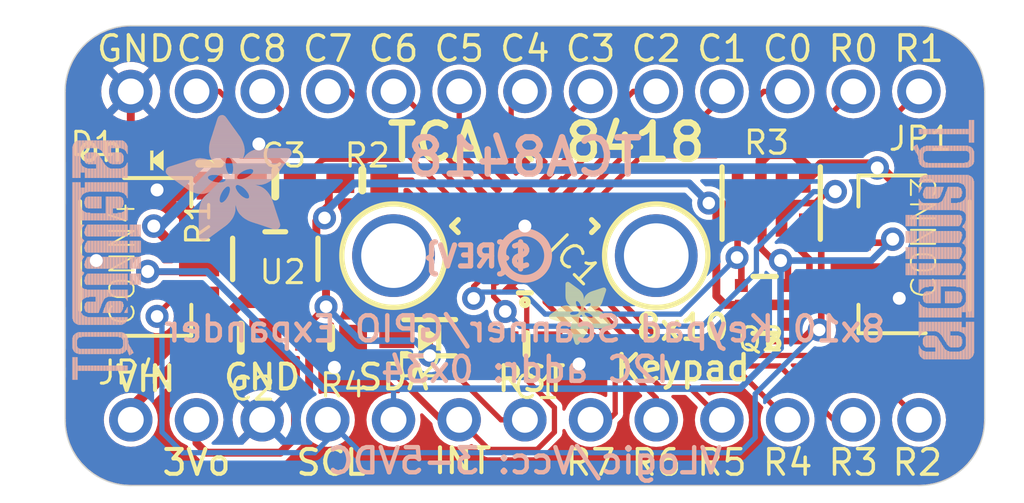
<source format=kicad_pcb>
(kicad_pcb (version 20221018) (generator pcbnew)
  (layers (0 "F.Cu" signal) (31 "B.Cu" signal) (34 "B.Paste" user) (35 "F.Paste" user) (36 "B.SilkS" user "B.Silkscreen") (37 "F.SilkS" user "F.Silkscreen") (38 "B.Mask" user) (39 "F.Mask" user) (44 "Edge.Cuts" user))
  (net 0 "")
  (net 1 "GND")
  (net 2 "SDA")
  (net 3 "SCL")
  (net 4 "SCL_3V")
  (net 5 "SDA_3V")
  (net 6 "3.3V")
  (net 7 "INT")
  (net 8 "VCC")
  (net 9 "N$1")
  (net 10 "C0")
  (net 11 "C1")
  (net 12 "C2")
  (net 13 "C3")
  (net 14 "C4")
  (net 15 "C5")
  (net 16 "C6")
  (net 17 "C7")
  (net 18 "C8")
  (net 19 "C9")
  (net 20 "R0")
  (net 21 "R1")
  (net 22 "R7")
  (net 23 "R6")
  (net 24 "R5")
  (net 25 "R4")
  (net 26 "R3")
  (net 27 "RST_3V")
  (net 28 "R2")
  (net 29 "RST")
  (footprint "working:ADAFRUIT_2.5MM" (layer "F.Cu") (at 151.8666 106.0196 180)
    (fp_text reference "U$20" hide)
    (fp_text value "" hide)
  )
  (footprint "working:MOUNTINGHOLE_2.5_PLATED" (layer "F.Cu") (at 153.5811 105.0036)
    (fp_text reference "U$17" hide)
    (fp_text value "MOUNTINGHOLE2.5" hide)
  )
  (footprint "working:SOD-323" (layer "F.Cu") (at 144.8181 108.1786 180)
    (fp_text reference "D2")
    (fp_text value "1n4148")
  )
  (footprint "working:SOT363" (layer "F.Cu") (at 157.7721 106.9086 90)
    (fp_text reference "Q2")
    (fp_text value "BSS138")
  )
  (footprint "working:1X13_ROUND_70" (layer "F.Cu") (at 148.5011 111.3536)
    (fp_text reference "JP4")
    (fp_text value "")
  )
  (footprint "working:0805-NO" (layer "F.Cu") (at 138.8491 102.2096)
    (fp_text reference "C3")
    (fp_text value "10uF")
  )
  (footprint "working:QFN24_4MM_SMSC" (layer "F.Cu") (at 148.5011 103.8606 135)
    (fp_text reference "IC1")
    (fp_text value "TCA8418")
  )
  (footprint "working:FIDUCIAL_1MM" (layer "F.Cu") (at 131.5466 109.5121)
    (fp_text reference "FID3" hide)
    (fp_text value "FIDUCIAL_1MM" hide)
  )
  (footprint "working:0603-NO" (layer "F.Cu") (at 148.5646 108.4326)
    (fp_text reference "C1")
    (fp_text value "0.1uF")
  )
  (footprint "working:JST_SH4" (layer "F.Cu") (at 133.8961 105.0036 -90)
    (fp_text reference "CONN4")
    (fp_text value "STEMMA_I2C_QT" hide)
  )
  (footprint "working:0603-NO" (layer "F.Cu") (at 141.0081 108.1786)
    (fp_text reference "R4")
    (fp_text value "10K")
  )
  (footprint "working:MOUNTINGHOLE_2.5_PLATED" (layer "F.Cu") (at 143.4211 105.0036)
    (fp_text reference "U$1" hide)
    (fp_text value "MOUNTINGHOLE2.5" hide)
  )
  (footprint "working:0805-NO" (layer "F.Cu") (at 137.5156 108.1786)
    (fp_text reference "C2")
    (fp_text value "10uF")
  )
  (footprint "working:CHIPLED_0603_NOOUTLINE" (layer "F.Cu") (at 134.2771 101.3206 90)
    (fp_text reference "D1")
    (fp_text value "GREEN")
  )
  (footprint "working:0603-NO" (layer "F.Cu") (at 136.3091 101.4476 -90)
    (fp_text reference "R1")
    (fp_text value "10K")
  )
  (footprint "working:JST_SH4" (layer "F.Cu") (at 163.1061 105.0036 90)
    (fp_text reference "CONN3")
    (fp_text value "STEMMA_I2C_QT" hide)
  )
  (footprint "working:1X13_ROUND_70" (layer "F.Cu") (at 148.5011 98.6536 180)
    (fp_text reference "JP1")
    (fp_text value "")
  )
  (footprint "working:0603-NO" (layer "F.Cu") (at 142.2146 102.0826)
    (fp_text reference "R2")
    (fp_text value "10K")
  )
  (footprint "working:FIDUCIAL_1MM" (layer "F.Cu") (at 165.1381 100.5586)
    (fp_text reference "FID4" hide)
    (fp_text value "FIDUCIAL_1MM" hide)
  )
  (footprint "working:SOT23-5" (layer "F.Cu") (at 138.8491 105.1306)
    (fp_text reference "U2")
    (fp_text value "AP2127K-3.3")
  )
  (footprint "working:RESPACK_4X0603" (layer "F.Cu") (at 158.0261 102.9716 180)
    (fp_text reference "R3")
    (fp_text value "10K Pack")
  )
  (footprint "working:ADAFRUIT_5MM" (layer "B.Cu") (at 139.4841 104.4321 180)
    (fp_text reference "U$19" hide)
    (fp_text value "" hide)
  )
  (footprint "working:STEMMAQT" (layer "B.Cu") (at 163.2331 109.0041 90)
    (fp_text reference "U$30" hide)
    (fp_text value "" hide)
  )
  (footprint "working:PCBFEAT-REV-040" (layer "B.Cu") (at 148.5011 105.0036 180)
    (fp_text reference "U$12" hide)
    (fp_text value "" hide)
  )
  (footprint "working:STEMMAQT" (layer "B.Cu") (at 133.6421 100.5586 -90)
    (fp_text reference "U$31" hide)
    (fp_text value "" hide)
  )
  (gr_line (start 133.2611 113.8936) (end 163.7411 113.8936) (stroke (width 0.05)) (layer "Edge.Cuts"))
  (gr_line (start 166.2811 111.3536) (end 166.2811 98.6536) (stroke (width 0.05)) (layer "Edge.Cuts"))
  (gr_arc (start 130.7211 98.6536) (mid 131.465049 96.857549) (end 133.2611 96.1136) (stroke (width 0.05)) (layer "Edge.Cuts"))
  (gr_line (start 163.7411 96.1136) (end 133.2611 96.1136) (stroke (width 0.05)) (layer "Edge.Cuts"))
  (gr_line (start 130.7211 98.6536) (end 130.7211 111.3536) (stroke (width 0.05)) (layer "Edge.Cuts"))
  (gr_arc (start 133.2611 113.8936) (mid 131.465049 113.149651) (end 130.7211 111.3536) (stroke (width 0.05)) (layer "Edge.Cuts"))
  (gr_arc (start 163.7411 96.1136) (mid 165.537151 96.857549) (end 166.2811 98.6536) (stroke (width 0.05)) (layer "Edge.Cuts"))
  (gr_arc (start 166.2811 111.3536) (mid 165.537151 113.149651) (end 163.7411 113.8936) (stroke (width 0.05)) (layer "Edge.Cuts"))
  (gr_text "TCA8418" (at 148.5011 101.1936) (layer "B.SilkS") (effects (font (size 1.40335 1.40335) (thickness 0.24765)) (justify mirror)))
  (gr_text "8x10 Keypad Scanner/GPIO Expander\nI2C addr: 0x34" (at 148.5011 108.6231) (layer "B.SilkS") (effects (font (size 0.97155 0.97155) (thickness 0.17145)) (justify mirror)))
  (gr_text "VLogic/Vcc: 3-5VDC" (at 148.5011 112.9411) (layer "B.SilkS") (effects (font (size 0.97155 0.97155) (thickness 0.17145)) (justify mirror)))
  (gr_text "C7" (at 140.8811 97.0026) (layer "F.SilkS") (effects (font (size 0.983488 0.983488) (thickness 0.134112))))
  (gr_text "GND" (at 138.3411 109.7026) (layer "F.SilkS") (effects (font (size 0.961136 0.961136) (thickness 0.156464))))
  (gr_text "VIN" (at 133.8326 109.7661) (layer "F.SilkS") (effects (font (size 0.961136 0.961136) (thickness 0.156464))))
  (gr_text "C4" (at 148.5011 97.0026) (layer "F.SilkS") (effects (font (size 0.983488 0.983488) (thickness 0.134112))))
  (gr_text "C2" (at 153.5811 97.0026) (layer "F.SilkS") (effects (font (size 0.983488 0.983488) (thickness 0.134112))))
  (gr_text "C5" (at 145.9611 97.0026) (layer "F.SilkS") (effects (font (size 0.983488 0.983488) (thickness 0.134112))))
  (gr_text "C0" (at 158.6611 97.0026) (layer "F.SilkS") (effects (font (size 0.983488 0.983488) (thickness 0.134112))))
  (gr_text "GND" (at 133.4516 97.0026) (layer "F.SilkS") (effects (font (size 0.983488 0.983488) (thickness 0.134112))))
  (gr_text "R5" (at 156.1211 113.0046) (layer "F.SilkS") (effects (font (size 0.983488 0.983488) (thickness 0.134112))))
  (gr_text "R7" (at 151.0411 113.0046) (layer "F.SilkS") (effects (font (size 0.983488 0.983488) (thickness 0.134112))))
  (gr_text "C1" (at 156.1211 97.0026) (layer "F.SilkS") (effects (font (size 0.983488 0.983488) (thickness 0.134112))))
  (gr_text "3Vo" (at 135.8011 113.0046) (layer "F.SilkS") (effects (font (size 0.961136 0.961136) (thickness 0.156464))))
  (gr_text "C3" (at 151.0411 97.0026) (layer "F.SilkS") (effects (font (size 0.983488 0.983488) (thickness 0.134112))))
  (gr_text "R4" (at 158.6611 113.0046) (layer "F.SilkS") (effects (font (size 0.983488 0.983488) (thickness 0.134112))))
  (gr_text "RST" (at 148.7551 109.7661) (layer "F.SilkS") (effects (font (size 0.961136 0.961136) (thickness 0.156464))))
  (gr_text "on" (at 131.1021 101.4476) (layer "F.SilkS") (effects (font (size 0.983488 0.983488) (thickness 0.134112)) (justify left bottom)))
  (gr_text "C8" (at 138.3411 97.0026) (layer "F.SilkS") (effects (font (size 0.983488 0.983488) (thickness 0.134112))))
  (gr_text "INT" (at 146.0881 112.9411) (layer "F.SilkS") (effects (font (size 0.961136 0.961136) (thickness 0.156464))))
  (gr_text "R6" (at 153.5811 113.0046) (layer "F.SilkS") (effects (font (size 0.983488 0.983488) (thickness 0.134112))))
  (gr_text "TCA   8418" (at 149.3266 100.6221) (layer "F.SilkS") (effects (font (size 1.40335 1.40335) (thickness 0.24765))))
  (gr_text "8x10\nKeypad" (at 154.5971 108.5596) (layer "F.SilkS") (effects (font (size 0.97155 0.97155) (thickness 0.17145))))
  (gr_text "C9" (at 135.9916 97.0026) (layer "F.SilkS") (effects (font (size 0.983488 0.983488) (thickness 0.134112))))
  (gr_text "R0" (at 161.2011 97.0026) (layer "F.SilkS") (effects (font (size 0.983488 0.983488) (thickness 0.134112))))
  (gr_text "R3" (at 161.2011 113.0046) (layer "F.SilkS") (effects (font (size 0.983488 0.983488) (thickness 0.134112))))
  (gr_text "R2" (at 163.6776 113.0046) (layer "F.SilkS") (effects (font (size 0.983488 0.983488) (thickness 0.134112))))
  (gr_text "R1" (at 163.7411 97.0026) (layer "F.SilkS") (effects (font (size 0.983488 0.983488) (thickness 0.134112))))
  (gr_text "C6" (at 143.4211 97.0026) (layer "F.SilkS") (effects (font (size 0.983488 0.983488) (thickness 0.134112))))
  (gr_text "SCL" (at 141.0081 113.0046) (layer "F.SilkS") (effects (font (size 0.961136 0.961136) (thickness 0.156464))))
  (gr_text "SDA" (at 143.4211 109.7026) (layer "F.SilkS") (effects (font (size 0.961136 0.961136) (thickness 0.156464))))
  (segment (start 133.2611 101.0546) (end 133.5271 101.3206) (width 0.3048) (layer "F.Cu") (net 1))
  (segment (start 146.733331 103.8606) (end 148.5011 103.8606) (width 0.254) (layer "F.Cu") (net 1))
  (segment (start 135.9021 103.5036) (end 135.3171 103.5036) (width 0.4064) (layer "F.Cu") (net 1))
  (segment (start 133.2611 98.6536) (end 133.2611 101.0546) (width 0.3048) (layer "F.Cu") (net 1))
  (segment (start 135.3171 103.5036) (end 134.2771 102.4636) (width 0.4064) (layer "F.Cu") (net 1))
  (segment (start 138.8491 106.4307) (end 138.8491 107.7951) (width 0.4064) (layer "F.Cu") (net 1))
  (segment (start 138.4656 108.1786) (end 138.8491 107.7951) (width 0.4064) (layer "F.Cu") (net 1))
  (segment (start 146.203 104.390932) (end 146.733331 103.8606) (width 0.254) (layer "F.Cu") (net 1))
  (via (at 148.5011 103.8606) (size 0.9064) (drill 0.5) (layers "F.Cu" "B.Cu") (net 1))
  (via (at 138.2141 100.6856) (size 0.9064) (drill 0.5) (layers "F.Cu" "B.Cu") (net 1))
  (via (at 150.5966 109.1946) (size 0.9064) (drill 0.5) (layers "F.Cu" "B.Cu") (net 1))
  (via (at 162.9791 106.6546) (size 0.9064) (drill 0.5) (layers "F.Cu" "B.Cu") (net 1))
  (via (at 131.9276 105.1941) (size 0.9064) (drill 0.5) (layers "F.Cu" "B.Cu") (net 1))
  (via (at 134.2771 102.4636) (size 0.9064) (drill 0.5) (layers "F.Cu" "B.Cu") (net 1))
  (via (at 141.1351 109.3216) (size 0.9064) (drill 0.5) (layers "F.Cu" "B.Cu") (net 1))
  (segment (start 158.3881 105.1941) (end 158.1096 105.1941) (width 0.254) (layer "F.Cu") (net 2))
  (segment (start 157.6261 103.8216) (end 157.6261 104.7106) (width 0.254) (layer "F.Cu") (net 2))
  (segment (start 162.6241 104.5036) (end 162.6071 104.4866) (width 0.254) (layer "F.Cu") (net 2))
  (segment (start 158.3881 105.1941) (end 158.3881 105.2696) (width 0.254) (layer "F.Cu") (net 2))
  (segment (start 158.6721 105.2696) (end 158.6721 106.1586) (width 0.254) (layer "F.Cu") (net 2))
  (segment (start 161.1001 104.5036) (end 162.6241 104.5036) (width 0.254) (layer "F.Cu") (net 2))
  (segment (start 135.9021 105.5036) (end 136.2831 105.6306) (width 0.254) (layer "F.Cu") (net 2))
  (segment (start 158.6721 105.2696) (end 158.3881 105.2696) (width 0.254) (layer "F.Cu") (net 2))
  (segment (start 133.918706 105.6306) (end 133.918706 105.615994) (width 0.254) (layer "F.Cu") (net 2))
  (segment (start 158.1096 105.1941) (end 157.6261 104.7106) (width 0.254) (layer "F.Cu") (net 2))
  (segment (start 162.7251 104.3686) (end 162.6071 104.4866) (width 0.254) (layer "F.Cu") (net 2))
  (segment (start 136.2831 105.6306) (end 133.918706 105.6306) (width 0.254) (layer "F.Cu") (net 2))
  (via (at 158.3881 105.1941) (size 0.9064) (drill 0.5) (layers "F.Cu" "B.Cu") (net 2))
  (via (at 162.7251 104.3686) (size 0.9064) (drill 0.5) (layers "F.Cu" "B.Cu") (net 2))
  (via (at 133.918706 105.615994) (size 0.9064) (drill 0.5) (layers "F.Cu" "B.Cu") (net 2))
  (segment (start 133.918706 105.615994) (end 136.194593 105.615994) (width 0.254) (layer "B.Cu") (net 2))
  (segment (start 161.8996 105.1941) (end 158.3881 105.1941) (width 0.254) (layer "B.Cu") (net 2))
  (segment (start 143.4211 111.3536) (end 143.4211 110.1471) (width 0.2032) (layer "B.Cu") (net 2))
  (segment (start 140.7257 110.1471) (end 143.4211 110.1471) (width 0.254) (layer "B.Cu") (net 2))
  (segment (start 143.4211 110.1471) (end 156.8196 110.1471) (width 0.254) (layer "B.Cu") (net 2))
  (segment (start 158.3881 105.1941) (end 158.3881 108.5786) (width 0.254) (layer "B.Cu") (net 2))
  (segment (start 158.3881 108.5786) (end 156.8196 110.1471) (width 0.254) (layer "B.Cu") (net 2))
  (segment (start 140.7257 110.1471) (end 136.194593 105.615994) (width 0.254) (layer "B.Cu") (net 2))
  (segment (start 162.7251 104.3686) (end 161.8996 105.1941) (width 0.254) (layer "B.Cu") (net 2))
  (segment (start 160.0841 103.5036) (end 159.5761 104.0116) (width 0.254) (layer "F.Cu") (net 3))
  (segment (start 134.2771 107.288394) (end 134.2771 107.351894) (width 0.2032) (layer "F.Cu") (net 3))
  (segment (start 159.5761 104.0116) (end 159.5161 104.0116) (width 0.254) (layer "F.Cu") (net 3))
  (segment (start 157.1371 108.3056) (end 156.8716 108.0401) (width 0.254) (layer "F.Cu") (net 3))
  (segment (start 159.9611 107.5136) (end 159.8341 107.6406) (width 0.254) (layer "F.Cu") (net 3))
  (segment (start 159.5161 104.0116) (end 159.3261 103.8216) (width 0.254) (layer "F.Cu") (net 3))
  (segment (start 159.1691 108.3056) (end 157.1371 108.3056) (width 0.254) (layer "F.Cu") (net 3))
  (segment (start 156.8721 107.6586) (end 156.8716 107.6591) (width 0.254) (layer "F.Cu") (net 3))
  (segment (start 159.884296 107.877797) (end 159.8341 107.8276) (width 0.2032) (layer "F.Cu") (net 3))
  (segment (start 135.9021 106.5036) (end 135.061893 106.5036) (width 0.2032) (layer "F.Cu") (net 3))
  (segment (start 156.8716 108.0401) (end 156.8716 107.6591) (width 0.254) (layer "F.Cu") (net 3))
  (segment (start 159.8341 107.8276) (end 159.8341 107.6406) (width 0.2032) (layer "F.Cu") (net 3))
  (segment (start 135.061893 106.5036) (end 134.2771 107.288394) (width 0.2032) (layer "F.Cu") (net 3))
  (segment (start 159.9611 104.4566) (end 159.9611 107.5136) (width 0.254) (layer "F.Cu") (net 3))
  (segment (start 161.1001 103.5036) (end 160.0841 103.5036) (width 0.254) (layer "F.Cu") (net 3))
  (segment (start 159.3261 103.8216) (end 159.9611 104.4566) (width 0.254) (layer "F.Cu") (net 3))
  (segment (start 159.8341 107.6406) (end 159.1691 108.3056) (width 0.254) (layer "F.Cu") (net 3))
  (via (at 134.2771 107.351894) (size 0.889) (drill 0.4826) (layers "F.Cu" "B.Cu") (net 3))
  (via (at 159.884296 107.877797) (size 0.889) (drill 0.4826) (layers "F.Cu" "B.Cu") (net 3))
  (segment (start 134.4676 107.542394) (end 134.4676 111.82705) (width 0.2032) (layer "B.Cu") (net 3))
  (segment (start 140.8811 112.1156) (end 140.8811 111.3536) (width 0.2032) (layer "B.Cu") (net 3))
  (segment (start 157.407796 110.354297) (end 159.884296 107.877797) (width 0.2032) (layer "B.Cu") (net 3))
  (segment (start 135.26415 112.6236) (end 140.3731 112.6236) (width 0.2032) (layer "B.Cu") (net 3))
  (segment (start 157.407796 110.354297) (end 157.407796 112.035404) (width 0.2032) (layer "B.Cu") (net 3))
  (segment (start 134.4676 111.82705) (end 135.26415 112.6236) (width 0.2032) (layer "B.Cu") (net 3))
  (segment (start 134.2771 107.351894) (end 134.4676 107.542394) (width 0.2032) (layer "B.Cu") (net 3))
  (segment (start 142.1511 112.6236) (end 156.8196 112.6236) (width 0.2032) (layer "B.Cu") (net 3))
  (segment (start 156.8196 112.6236) (end 157.407796 112.035404) (width 0.2032) (layer "B.Cu") (net 3))
  (segment (start 140.3731 112.6236) (end 140.8811 112.1156) (width 0.2032) (layer "B.Cu") (net 3))
  (segment (start 140.8811 111.3536) (end 142.1511 112.6236) (width 0.2032) (layer "B.Cu") (net 3))
  (segment (start 147.2946 106.12776) (end 147.2946 106.5911) (width 0.2032) (layer "F.Cu") (net 4))
  (segment (start 159.7406 102.9716) (end 158.9151 102.9716) (width 0.254) (layer "F.Cu") (net 4))
  (segment (start 158.4261 103.4606) (end 158.9151 102.9716) (width 0.254) (layer "F.Cu") (net 4))
  (segment (start 159.5039 105.1479) (end 159.5039 107.1626) (width 0.254) (layer "F.Cu") (net 4))
  (segment (start 147.7391 107.0356) (end 147.7391 107.1626) (width 0.2032) (layer "F.Cu") (net 4))
  (segment (start 158.4261 104.0701) (end 159.5039 105.1479) (width 0.254) (layer "F.Cu") (net 4))
  (segment (start 147.7391 107.0356) (end 147.2946 106.5911) (width 0.2032) (layer "F.Cu") (net 4))
  (segment (start 160.1851 102.5271) (end 159.7406 102.9716) (width 0.254) (layer "F.Cu") (net 4))
  (segment (start 158.4261 103.8216) (end 158.4261 104.0701) (width 0.254) (layer "F.Cu") (net 4))
  (segment (start 160.1851 102.5271) (end 160.5026 102.5271) (width 0.254) (layer "F.Cu") (net 4))
  (segment (start 147.617215 105.805144) (end 147.2946 106.12776) (width 0.2032) (layer "F.Cu") (net 4))
  (segment (start 159.5039 107.1626) (end 159.0079 107.6586) (width 0.254) (layer "F.Cu") (net 4))
  (segment (start 158.6721 107.6586) (end 159.0079 107.6586) (width 0.254) (layer "F.Cu") (net 4))
  (segment (start 158.4261 103.8216) (end 158.4261 103.4606) (width 0.254) (layer "F.Cu") (net 4))
  (via (at 160.5026 102.5271) (size 0.9064) (drill 0.5) (layers "F.Cu" "B.Cu") (net 4))
  (via (at 147.7391 107.1626) (size 0.889) (drill 0.4826) (layers "F.Cu" "B.Cu") (net 4))
  (segment (start 155.3591 107.7341) (end 157.4546 105.6386) (width 0.2032) (layer "B.Cu") (net 4))
  (segment (start 157.4546 105.6386) (end 157.4546 104.738125) (width 0.2032) (layer "B.Cu") (net 4))
  (segment (start 147.7391 107.1626) (end 148.3106 107.7341) (width 0.2032) (layer "B.Cu") (net 4))
  (segment (start 157.4546 104.738125) (end 159.665625 102.5271) (width 0.2032) (layer "B.Cu") (net 4))
  (segment (start 155.3591 107.7341) (end 148.3106 107.7341) (width 0.2032) (layer "B.Cu") (net 4))
  (segment (start 159.665625 102.5271) (end 160.5026 102.5271) (width 0.2032) (layer "B.Cu") (net 4))
  (segment (start 156.7261 105.074225) (end 156.7261 104.9966) (width 0.2032) (layer "F.Cu") (net 5))
  (segment (start 156.8721 105.1426) (end 156.7261 104.9966) (width 0.254) (layer "F.Cu") (net 5))
  (segment (start 156.8721 106.1586) (end 156.8721 105.1426) (width 0.254) (layer "F.Cu") (net 5))
  (segment (start 147.263662 105.451591) (end 146.5199 106.195354) (width 0.2032) (layer "F.Cu") (net 5))
  (segment (start 156.7053 105.074225) (end 156.7261 105.074225) (width 0.2032) (layer "F.Cu") (net 5))
  (segment (start 156.7261 104.9966) (end 156.7261 103.8216) (width 0.254) (layer "F.Cu") (net 5))
  (segment (start 146.5199 106.195354) (end 146.5199 106.6546) (width 0.2032) (layer "F.Cu") (net 5))
  (via (at 146.5199 106.6546) (size 0.889) (drill 0.4826) (layers "F.Cu" "B.Cu") (net 5))
  (via (at 156.7053 105.074225) (size 0.889) (drill 0.4826) (layers "F.Cu" "B.Cu") (net 5))
  (segment (start 146.5199 106.6546) (end 146.7612 106.4133) (width 0.2032) (layer "B.Cu") (net 5))
  (segment (start 148.430475 106.4133) (end 146.7612 106.4133) (width 0.2032) (layer "B.Cu") (net 5))
  (segment (start 156.7053 105.074225) (end 154.515325 107.2642) (width 0.2032) (layer "B.Cu") (net 5))
  (segment (start 148.430475 106.4133) (end 149.281375 107.2642) (width 0.2032) (layer "B.Cu") (net 5))
  (segment (start 149.281375 107.2642) (end 154.515325 107.2642) (width 0.2032) (layer "B.Cu") (net 5))
  (segment (start 155.9052 103.464607) (end 155.9052 106.5657) (width 0.3048) (layer "F.Cu") (net 6))
  (segment (start 136.1821 112.6236) (end 139.0396 112.6236) (width 0.3048) (layer "F.Cu") (net 6))
  (segment (start 155.9052 106.5657) (end 156.2481 106.9086) (width 0.3048) (layer "F.Cu") (net 6))
  (segment (start 144.8181 107.848907) (end 145.718356 106.94865) (width 0.254) (layer "F.Cu") (net 6))
  (segment (start 140.7541 103.2256) (end 140.7541 103.5431) (width 0.3048) (layer "F.Cu") (net 6))
  (segment (start 156.1211 102.9716) (end 155.6131 102.9716) (width 0.3048) (layer "F.Cu") (net 6))
  (segment (start 156.7261 102.1216) (end 156.7261 102.643707) (width 0.3048) (layer "F.Cu") (net 6))
  (segment (start 156.259653 103.110154) (end 156.1211 102.9716) (width 0.3048) (layer "F.Cu") (net 6))
  (segment (start 139.588556 104.8258) (end 140.4366 105.673844) (width 0.3048) (layer "F.Cu") (net 6))
  (segment (start 138.8944 104.8258) (end 139.588556 104.8258) (width 0.3048) (layer "F.Cu") (net 6))
  (segment (start 156.7261 102.643707) (end 156.259653 103.110154) (width 0.3048) (layer "F.Cu") (net 6))
  (segment (start 140.7541 103.5431) (end 140.5636 103.5431) (width 0.3048) (layer "F.Cu") (net 6))
  (segment (start 140.4366 103.6701) (end 140.4366 105.673844) (width 0.3048) (layer "F.Cu") (net 6))
  (segment (start 140.9201 103.0596) (end 140.7541 103.2256) (width 0.3048) (layer "F.Cu") (net 6))
  (segment (start 145.718356 106.289791) (end 145.718356 106.94865) (width 0.254) (layer "F.Cu") (net 6))
  (segment (start 135.8011 111.3536) (end 135.8011 112.2426) (width 0.3048) (layer "F.Cu") (net 6))
  (segment (start 157.0101 102.9716) (end 156.7261 102.6876) (width 0.3048) (layer "F.Cu") (net 6))
  (segment (start 140.811446 106.978254) (end 140.811446 106.048691) (width 0.3048) (layer "F.Cu") (net 6))
  (segment (start 139.6111 112.0521) (end 139.6111 110.775947) (width 0.3048) (layer "F.Cu") (net 6))
  (segment (start 145.718356 106.94865) (end 145.718356 107.01215) (width 0.254) (layer "F.Cu") (net 6))
  (segment (start 141.3646 102.0826) (end 140.9201 102.5271) (width 0.3048) (layer "F.Cu") (net 6))
  (segment (start 140.5636 103.5431) (end 140.4366 103.6701) (width 0.3048) (layer "F.Cu") (net 6))
  (segment (start 146.899875 107.4484) (end 147.7146 108.263125) (width 0.254) (layer "F.Cu") (net 6))
  (segment (start 136.3091 100.5976) (end 137.8991 102.1876) (width 0.3048) (layer "F.Cu") (net 6))
  (segment (start 157.1371 106.9086) (end 158.6721 106.9086) (width 0.4064) (layer "F.Cu") (net 6))
  (segment (start 139.6111 110.775947) (end 140.1581 110.228947) (width 0.3048) (layer "F.Cu") (net 6))
  (segment (start 158.4261 102.6986) (end 158.1531 102.9716) (width 0.3048) (layer "F.Cu") (net 6))
  (segment (start 140.1581 110.228947) (end 140.1581 108.1786) (width 0.3048) (layer "F.Cu") (net 6))
  (segment (start 139.0396 112.6236) (end 139.6111 112.0521) (width 0.3048) (layer "F.Cu") (net 6))
  (segment (start 146.910109 105.098038) (end 145.718356 106.289791) (width 0.254) (layer "F.Cu") (net 6))
  (segment (start 156.259653 103.110154) (end 155.9052 103.464607) (width 0.3048) (layer "F.Cu") (net 6))
  (segment (start 144.8181 108.8644) (end 144.8181 107.848907) (width 0.254) (layer "F.Cu") (net 6))
  (segment (start 146.154606 107.4484) (end 146.899875 107.4484) (width 0.254) (layer "F.Cu") (net 6))
  (segment (start 156.8721 106.9086) (end 157.1371 106.9086) (width 0.4064) (layer "F.Cu") (net 6))
  (segment (start 156.7261 102.6876) (end 156.7261 102.1216) (width 0.3048) (layer "F.Cu") (net 6))
  (segment (start 137.8991 102.1876) (end 137.8991 102.2096) (width 0.3048) (layer "F.Cu") (net 6))
  (segment (start 156.2481 106.9086) (end 157.1371 106.9086) (width 0.3048) (layer "F.Cu") (net 6))
  (segment (start 140.1581 108.1786) (end 140.1581 107.6316) (width 0.254) (layer "F.Cu") (net 6))
  (segment (start 137.8991 103.8305) (end 138.8944 104.8258) (width 0.3048) (layer "F.Cu") (net 6))
  (segment (start 147.7146 108.263125) (end 147.7146 108.4326) (width 0.254) (layer "F.Cu") (net 6))
  (segment (start 135.8011 112.2426) (end 136.1821 112.6236) (width 0.3048) (layer "F.Cu") (net 6))
  (segment (start 140.1581 107.6316) (end 140.811446 106.978254) (width 0.254) (layer "F.Cu") (net 6))
  (segment (start 140.811446 106.048691) (end 140.4366 105.673844) (width 0.3048) (layer "F.Cu") (net 6))
  (segment (start 158.1531 102.9716) (end 157.0101 102.9716) (width 0.3048) (layer "F.Cu") (net 6))
  (segment (start 140.9201 102.5271) (end 140.9201 103.0596) (width 0.3048) (layer "F.Cu") (net 6))
  (segment (start 137.8991 102.2096) (end 137.8991 103.8305) (width 0.3048) (layer "F.Cu") (net 6))
  (segment (start 158.4261 102.1216) (end 158.4261 102.6986) (width 0.3048) (layer "F.Cu") (net 6))
  (segment (start 145.718356 107.01215) (end 146.154606 107.4484) (width 0.254) (layer "F.Cu") (net 6))
  (via (at 144.8181 108.8644) (size 0.889) (drill 0.4826) (layers "F.Cu" "B.Cu") (net 6))
  (via (at 140.811446 106.978254) (size 0.889) (drill 0.4826) (layers "F.Cu" "B.Cu") (net 6))
  (via (at 140.7541 103.5431) (size 0.889) (drill 0.4826) (layers "F.Cu" "B.Cu") (net 6))
  (via (at 155.6131 102.9716) (size 0.889) (drill 0.4826) (layers "F.Cu" "B.Cu") (net 6))
  (segment (start 142.126093 108.2929) (end 140.811446 106.978254) (width 0.254) (layer "B.Cu") (net 6))
  (segment (start 154.8511 102.2096) (end 141.8971 102.2096) (width 0.3048) (layer "B.Cu") (net 6))
  (segment (start 140.7541 103.5431) (end 140.7541 103.3526) (width 0.3048) (layer "B.Cu") (net 6))
  (segment (start 144.2466 108.2929) (end 142.126093 108.2929) (width 0.254) (layer "B.Cu") (net 6))
  (segment (start 141.8971 102.2096) (end 140.7541 103.3526) (width 0.3048) (layer "B.Cu") (net 6))
  (segment (start 155.6131 102.9716) (end 154.8511 102.2096) (width 0.3048) (layer "B.Cu") (net 6))
  (segment (start 144.8181 108.8644) (end 144.2466 108.2929) (width 0.254) (layer "B.Cu") (net 6))
  (segment (start 147.1041 112.4966) (end 145.9611 111.3536) (width 0.2032) (layer "F.Cu") (net 7))
  (segment (start 148.97455 112.4966) (end 147.1041 112.4966) (width 0.2032) (layer "F.Cu") (net 7))
  (segment (start 148.5723 106.760232) (end 148.5723 109.80835) (width 0.2032) (layer "F.Cu") (net 7))
  (segment (start 148.5723 109.80835) (end 149.6441 110.88015) (width 0.2032) (layer "F.Cu") (net 7))
  (segment (start 145.2626 111.3536) (end 142.9766 109.0676) (width 0.254) (layer "F.Cu") (net 7))
  (segment (start 141.8581 108.3936) (end 142.5321 109.0676) (width 0.254) (layer "F.Cu") (net 7))
  (segment (start 145.2626 111.3536) (end 145.9611 111.3536) (width 0.254) (layer "F.Cu") (net 7))
  (segment (start 147.970768 106.1587) (end 148.5723 106.760232) (width 0.2032) (layer "F.Cu") (net 7))
  (segment (start 149.6441 111.82705) (end 148.97455 112.4966) (width 0.2032) (layer "F.Cu") (net 7))
  (segment (start 141.8581 108.1786) (end 141.8581 108.3936) (width 0.254) (layer "F.Cu") (net 7))
  (segment (start 149.6441 110.88015) (end 149.6441 111.82705) (width 0.2032) (layer "F.Cu") (net 7))
  (segment (start 142.5321 109.0676) (end 142.9766 109.0676) (width 0.254) (layer "F.Cu") (net 7))
  (segment (start 162.1291 101.6136) (end 162.0021 101.4866) (width 0.4064) (layer "F.Cu") (net 8))
  (segment (start 162.0021 101.4866) (end 159.9611 101.4866) (width 0.4064) (layer "F.Cu") (net 8))
  (segment (start 163.9951 104.8766) (end 163.9951 103.3526) (width 0.4064) (layer "F.Cu") (net 8))
  (segment (start 137.8991 106.4307) (end 136.5656 107.7642) (width 0.4064) (layer "F.Cu") (net 8))
  (segment (start 157.6261 102.1216) (end 157.6261 101.3396) (width 0.4064) (layer "F.Cu") (net 8))
  (segment (start 157.6261 101.3396) (end 157.8991 101.0666) (width 0.4064) (layer "F.Cu") (net 8))
  (segment (start 137.8991 105.4456) (end 137.8991 106.4307) (width 0.4064) (layer "F.Cu") (net 8))
  (segment (start 158.9151 101.0666) (end 159.6481 101.7996) (width 0.4064) (layer "F.Cu") (net 8))
  (segment (start 133.2611 111.3536) (end 133.2611 110.9091) (width 0.4064) (layer "F.Cu") (net 8))
  (segment (start 163.9951 103.3526) (end 162.2561 101.6136) (width 0.4064) (layer "F.Cu") (net 8))
  (segment (start 139.35709 105.3846) (end 139.7991 105.82661) (width 0.4064) (layer "F.Cu") (net 8))
  (segment (start 136.1186 108.0516) (end 133.2611 110.9091) (width 0.4064) (layer "F.Cu") (net 8))
  (segment (start 135.9021 104.5036) (end 134.7931 104.5036) (width 0.4064) (layer "F.Cu") (net 8))
  (segment (start 163.3681 105.5036) (end 161.1001 105.5036) (width 0.4064) (layer "F.Cu") (net 8))
  (segment (start 135.9021 104.5036) (end 136.9571 104.5036) (width 0.4064) (layer "F.Cu") (net 8))
  (segment (start 139.7991 105.82661) (end 139.7991 106.4307) (width 0.4064) (layer "F.Cu") (net 8))
  (segment (start 163.3681 105.5036) (end 163.9951 104.8766) (width 0.4064) (layer "F.Cu") (net 8))
  (segment (start 136.5656 108.1786) (end 136.4386 108.0516) (width 0.4064) (layer "F.Cu") (net 8))
  (segment (start 157.8991 101.0666) (end 158.9151 101.0666) (width 0.4064) (layer "F.Cu") (net 8))
  (segment (start 137.9601 105.3846) (end 139.35709 105.3846) (width 0.4064) (layer "F.Cu") (net 8))
  (segment (start 136.5656 107.7642) (end 136.5656 108.1786) (width 0.4064) (layer "F.Cu") (net 8))
  (segment (start 159.3261 102.1216) (end 159.6481 101.7996) (width 0.4064) (layer "F.Cu") (net 8))
  (segment (start 137.9601 105.3846) (end 137.8991 105.4456) (width 0.4064) (layer "F.Cu") (net 8))
  (segment (start 134.7931 104.5036) (end 134.1501 103.8606) (width 0.4064) (layer "F.Cu") (net 8))
  (segment (start 136.4386 108.0516) (end 136.1186 108.0516) (width 0.4064) (layer "F.Cu") (net 8))
  (segment (start 162.2561 101.6136) (end 162.1291 101.6136) (width 0.4064) (layer "F.Cu") (net 8))
  (segment (start 136.9571 104.5036) (end 137.8991 105.4456) (width 0.4064) (layer "F.Cu") (net 8))
  (segment (start 159.6481 101.7996) (end 159.9611 101.4866) (width 0.4064) (layer "F.Cu") (net 8))
  (via (at 162.1291 101.6136) (size 0.9064) (drill 0.5) (layers "F.Cu" "B.Cu") (net 8))
  (via (at 134.1501 103.8606) (size 0.9064) (drill 0.5) (layers "F.Cu" "B.Cu") (net 8))
  (segment (start 161.9386 101.6136) (end 161.9141 101.6381) (width 0.4064) (layer "B.Cu") (net 8))
  (segment (start 136.6266 101.6381) (end 134.4041 103.8606) (width 0.4064) (layer "B.Cu") (net 8))
  (segment (start 162.1291 101.6136) (end 161.9386 101.6136) (width 0.4064) (layer "B.Cu") (net 8))
  (segment (start 134.4041 103.8606) (end 134.1501 103.8606) (width 0.4064) (layer "B.Cu") (net 8))
  (segment (start 161.9141 101.6381) (end 136.6266 101.6381) (width 0.4064) (layer "B.Cu") (net 8))
  (segment (start 136.0041 102.2976) (end 136.3091 102.2976) (width 0.254) (layer "F.Cu") (net 9))
  (segment (start 135.0271 101.3206) (end 136.0041 102.2976) (width 0.254) (layer "F.Cu") (net 9))
  (segment (start 155.4607 100.33) (end 155.9941 99.7966) (width 0.2032) (layer "F.Cu") (net 10))
  (segment (start 150.092087 102.623166) (end 150.126009 102.623166) (width 0.2032) (layer "F.Cu") (net 10))
  (segment (start 152.419175 100.33) (end 155.4607 100.33) (width 0.2032) (layer "F.Cu") (net 10))
  (segment (start 155.9941 99.7966) (end 156.59455 99.7966) (width 0.2032) (layer "F.Cu") (net 10))
  (segment (start 157.73755 98.6536) (end 158.6611 98.6536) (width 0.2032) (layer "F.Cu") (net 10))
  (segment (start 156.59455 99.7966) (end 157.73755 98.6536) (width 0.2032) (layer "F.Cu") (net 10))
  (segment (start 150.126009 102.623166) (end 152.419175 100.33) (width 0.2032) (layer "F.Cu") (net 10))
  (segment (start 156.1211 98.9076) (end 156.1211 98.6536) (width 0.2032) (layer "F.Cu") (net 11))
  (segment (start 149.738534 102.269613) (end 149.777825 102.269613) (width 0.2032) (layer "F.Cu") (net 11))
  (segment (start 149.777825 102.269613) (end 152.123837 99.9236) (width 0.2032) (layer "F.Cu") (net 11))
  (segment (start 152.123837 99.9236) (end 155.1051 99.9236) (width 0.2032) (layer "F.Cu") (net 11))
  (segment (start 155.1051 99.9236) (end 156.1211 98.9076) (width 0.2032) (layer "F.Cu") (net 11))
  (segment (start 149.384981 101.91606) (end 149.42964 101.91606) (width 0.2032) (layer "F.Cu") (net 12))
  (segment (start 152.6921 98.6536) (end 153.5811 98.6536) (width 0.2032) (layer "F.Cu") (net 12))
  (segment (start 152.6921 98.6536) (end 149.42964 101.91606) (width 0.2032) (layer "F.Cu") (net 12))
  (segment (start 149.031428 101.562504) (end 149.031428 100.663272) (width 0.2032) (layer "F.Cu") (net 13))
  (segment (start 149.031428 100.663272) (end 151.0411 98.6536) (width 0.2032) (layer "F.Cu") (net 13))
  (segment (start 147.970768 101.562504) (end 147.970768 99.183932) (width 0.2032) (layer "F.Cu") (net 14))
  (segment (start 147.970768 99.183932) (end 148.5011 98.6536) (width 0.2032) (layer "F.Cu") (net 14))
  (segment (start 145.9611 100.259944) (end 145.9611 98.6536) (width 0.2032) (layer "F.Cu") (net 15))
  (segment (start 147.617215 101.91606) (end 145.9611 100.259944) (width 0.2032) (layer "F.Cu") (net 15))
  (segment (start 143.4211 98.6536) (end 143.64765 98.6536) (width 0.2032) (layer "F.Cu") (net 16))
  (segment (start 147.263662 102.269613) (end 143.64765 98.6536) (width 0.2032) (layer "F.Cu") (net 16))
  (segment (start 144.159743 99.8728) (end 142.932275 99.8728) (width 0.2032) (layer "F.Cu") (net 17))
  (segment (start 142.932275 99.8728) (end 141.713075 98.6536) (width 0.2032) (layer "F.Cu") (net 17))
  (segment (start 140.8811 98.6536) (end 141.713075 98.6536) (width 0.2032) (layer "F.Cu") (net 17))
  (segment (start 144.159743 99.8728) (end 146.910109 102.623166) (width 0.2032) (layer "F.Cu") (net 17))
  (segment (start 142.7226 100.3039) (end 142.3423 99.9236) (width 0.2032) (layer "F.Cu") (net 18))
  (segment (start 142.7226 100.3039) (end 143.883737 100.3039) (width 0.2032) (layer "F.Cu") (net 18))
  (segment (start 142.3423 99.9236) (end 139.6111 99.9236) (width 0.2032) (layer "F.Cu") (net 18))
  (segment (start 138.3411 98.6536) (end 139.6111 99.9236) (width 0.2032) (layer "F.Cu") (net 18))
  (segment (start 143.883737 100.3039) (end 146.556556 102.976719) (width 0.2032) (layer "F.Cu") (net 18))
  (segment (start 135.8011 98.6536) (end 136.6901 98.6536) (width 0.2032) (layer "F.Cu") (net 19))
  (segment (start 137.8331 99.7966) (end 136.6901 98.6536) (width 0.2032) (layer "F.Cu") (net 19))
  (segment (start 139.4453 100.3928) (end 141.9218 100.3928) (width 0.2032) (layer "F.Cu") (net 19))
  (segment (start 142.2781 100.7491) (end 143.621828 100.7491) (width 0.2032) (layer "F.Cu") (net 19))
  (segment (start 143.621828 100.7491) (end 146.203 103.330272) (width 0.2032) (layer "F.Cu") (net 19))
  (segment (start 141.9218 100.3928) (end 142.2781 100.7491) (width 0.2032) (layer "F.Cu") (net 19))
  (segment (start 138.8491 99.7966) (end 139.4453 100.3928) (width 0.2032) (layer "F.Cu") (net 19))
  (segment (start 138.8491 99.7966) (end 137.8331 99.7966) (width 0.2032) (layer "F.Cu") (net 19))
  (segment (start 150.474193 102.976719) (end 152.714512 100.7364) (width 0.2032) (layer "F.Cu") (net 20))
  (segment (start 155.721487 100.7364) (end 156.153287 100.3046) (width 0.2032) (layer "F.Cu") (net 20))
  (segment (start 159.9311 99.9236) (end 161.2011 98.6536) (width 0.2032) (layer "F.Cu") (net 20))
  (segment (start 157.1371 99.9236) (end 156.7561 100.3046) (width 0.2032) (layer "F.Cu") (net 20))
  (segment (start 159.9311 99.9236) (end 157.1371 99.9236) (width 0.2032) (layer "F.Cu") (net 20))
  (segment (start 150.44564 102.976719) (end 150.474193 102.976719) (width 0.2032) (layer "F.Cu") (net 20))
  (segment (start 156.153287 100.3046) (end 156.7561 100.3046) (width 0.2032) (layer "F.Cu") (net 20))
  (segment (start 152.714512 100.7364) (end 155.721487 100.7364) (width 0.2032) (layer "F.Cu") (net 20))
  (segment (start 157.305437 100.33) (end 162.0647 100.33) (width 0.2032) (layer "F.Cu") (net 21))
  (segment (start 162.0647 100.33) (end 163.7411 98.6536) (width 0.2032) (layer "F.Cu") (net 21))
  (segment (start 153.00985 101.1428) (end 150.822378 103.330272) (width 0.2032) (layer "F.Cu") (net 21))
  (segment (start 156.321625 100.711) (end 156.924437 100.711) (width 0.2032) (layer "F.Cu") (net 21))
  (segment (start 150.799196 103.330272) (end 150.822378 103.330272) (width 0.2032) (layer "F.Cu") (net 21))
  (segment (start 153.00985 101.1428) (end 155.889825 101.1428) (width 0.2032) (layer "F.Cu") (net 21))
  (segment (start 155.889825 101.1428) (end 156.321625 100.711) (width 0.2032) (layer "F.Cu") (net 21))
  (segment (start 156.924437 100.711) (end 157.305437 100.33) (width 0.2032) (layer "F.Cu") (net 21))
  (segment (start 151.9936 109.501872) (end 149.285428 106.7937) (width 0.2032) (layer "F.Cu") (net 22))
  (segment (start 151.9936 109.501872) (end 151.9936 111.0996) (width 0.2032) (layer "F.Cu") (net 22))
  (segment (start 151.7396 111.3536) (end 151.0411 111.3536) (width 0.2032) (layer "F.Cu") (net 22))
  (segment (start 149.285428 106.4127) (end 149.285428 106.7937) (width 0.2032) (layer "F.Cu") (net 22))
  (segment (start 149.031428 106.1587) (end 149.285428 106.4127) (width 0.2032) (layer "F.Cu") (net 22))
  (segment (start 151.9936 111.0996) (end 151.7396 111.3536) (width 0.2032) (layer "F.Cu") (net 22))
  (segment (start 153.5811 110.509263) (end 153.5811 111.3536) (width 0.2032) (layer "F.Cu") (net 23))
  (segment (start 153.5811 110.509263) (end 149.702481 106.630644) (width 0.2032) (layer "F.Cu") (net 23))
  (segment (start 149.702481 106.122644) (end 149.702481 106.630644) (width 0.2032) (layer "F.Cu") (net 23))
  (segment (start 149.384981 105.805144) (end 149.702481 106.122644) (width 0.2032) (layer "F.Cu") (net 23))
  (segment (start 153.735543 110.0836) (end 150.119534 106.467591) (width 0.2032) (layer "F.Cu") (net 24))
  (segment (start 154.8511 110.0836) (end 156.1211 111.3536) (width 0.2032) (layer "F.Cu") (net 24))
  (segment (start 153.735543 110.0836) (end 154.8511 110.0836) (width 0.2032) (layer "F.Cu") (net 24))
  (segment (start 150.119534 105.832591) (end 150.119534 106.467591) (width 0.2032) (layer "F.Cu") (net 24))
  (segment (start 149.738534 105.451591) (end 150.119534 105.832591) (width 0.2032) (layer "F.Cu") (net 24))
  (segment (start 150.536587 105.542538) (end 150.536587 106.304538) (width 0.2032) (layer "F.Cu") (net 25))
  (segment (start 150.092087 105.098038) (end 150.536587 105.542538) (width 0.2032) (layer "F.Cu") (net 25))
  (segment (start 156.9847 109.6772) (end 158.6611 111.3536) (width 0.2032) (layer "F.Cu") (net 25))
  (segment (start 153.90925 109.6772) (end 156.9847 109.6772) (width 0.2032) (layer "F.Cu") (net 25))
  (segment (start 153.90925 109.6772) (end 150.536587 106.304538) (width 0.2032) (layer "F.Cu") (net 25))
  (segment (start 154.146456 109.2708) (end 150.95364 106.077985) (width 0.2032) (layer "F.Cu") (net 26))
  (segment (start 158.3563 109.2708) (end 160.4391 111.3536) (width 0.2032) (layer "F.Cu") (net 26))
  (segment (start 160.4391 111.3536) (end 161.2011 111.3536) (width 0.2032) (layer "F.Cu") (net 26))
  (segment (start 150.95364 105.252485) (end 150.95364 106.077985) (width 0.2032) (layer "F.Cu") (net 26))
  (segment (start 154.146456 109.2708) (end 158.3563 109.2708) (width 0.2032) (layer "F.Cu") (net 26))
  (segment (start 150.44564 104.744485) (end 150.95364 105.252485) (width 0.2032) (layer "F.Cu") (net 26))
  (segment (start 146.002268 105.298772) (end 145.286556 106.014485) (width 0.2032) (layer "F.Cu") (net 27))
  (segment (start 145.545356 104.730025) (end 146.002268 105.186938) (width 0.2032) (layer "F.Cu") (net 27))
  (segment (start 143.5481 108.1786) (end 143.5481 108.0516) (width 0.2032) (layer "F.Cu") (net 27))
  (segment (start 143.0646 102.0826) (end 144.129843 102.0826) (width 0.2032) (layer "F.Cu") (net 27))
  (segment (start 145.286556 106.313144) (end 143.5481 108.0516) (width 0.2032) (layer "F.Cu") (net 27))
  (segment (start 145.545356 103.498113) (end 144.129843 102.0826) (width 0.2032) (layer "F.Cu") (net 27))
  (segment (start 146.002268 105.186938) (end 146.002268 105.298772) (width 0.2032) (layer "F.Cu") (net 27))
  (segment (start 146.556556 104.744485) (end 146.002268 105.298772) (width 0.2032) (layer "F.Cu") (net 27))
  (segment (start 145.286556 106.014485) (end 145.286556 106.313144) (width 0.2032) (layer "F.Cu") (net 27))
  (segment (start 145.545356 103.498113) (end 145.545356 104.730025) (width 0.2032) (layer "F.Cu") (net 27))
  (segment (start 151.370696 104.962432) (end 151.370696 105.914932) (width 0.2032) (layer "F.Cu") (net 28))
  (segment (start 150.799196 104.390932) (end 151.370696 104.962432) (width 0.2032) (layer "F.Cu") (net 28))
  (segment (start 154.320165 108.8644) (end 151.370696 105.914932) (width 0.2032) (layer "F.Cu") (net 28))
  (segment (start 154.320165 108.8644) (end 161.2519 108.8644) (width 0.2032) (layer "F.Cu") (net 28))
  (segment (start 161.2519 108.8644) (end 163.7411 111.3536) (width 0.2032) (layer "F.Cu") (net 28))
  (segment (start 147.581125 111.3536) (end 145.5928 109.365275) (width 0.2032) (layer "F.Cu") (net 29))
  (segment (start 147.581125 111.3536) (end 148.5011 111.3536) (width 0.2032) (layer "F.Cu") (net 29))
  (segment (start 145.8341 108.1786) (end 145.5928 108.4199) (width 0.2032) (layer "F.Cu") (net 29))
  (segment (start 146.0881 108.1786) (end 145.8341 108.1786) (width 0.2032) (layer "F.Cu") (net 29))
  (segment (start 145.5928 108.4199) (end 145.5928 109.365275) (width 0.2032) (layer "F.Cu") (net 29))
  (zone (net 1) (net_name "GND") (layer "F.Cu") (priority 6) (connect_pads (clearance 0.000001)) (min_thickness 0.127) (fill yes (thermal_gap 0.304) (thermal_bridge_width 0.304))
    (polygon (pts (xy 166.4081 114.0206) (xy 130.5941 114.0206) (xy 130.5941 95.9866) (xy 166.4081 95.9866)))
  )
  (zone (net 1) (net_name "GND") (layer "B.Cu") (priority 6) (connect_pads (clearance 0.000001)) (min_thickness 0.127) (fill yes (thermal_gap 0.304) (thermal_bridge_width 0.304))
    (polygon (pts (xy 166.4081 114.0206) (xy 130.5941 114.0206) (xy 130.5941 95.9866) (xy 166.4081 95.9866)))
  )
)
</source>
